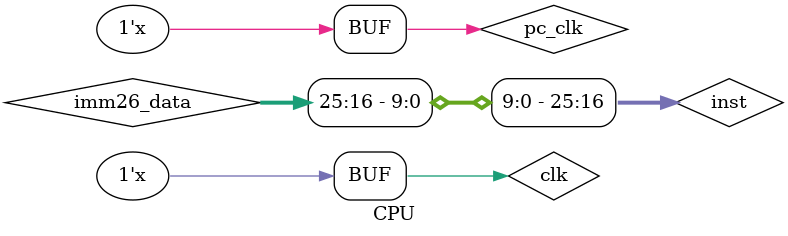
<source format=v>

`ifndef _CPU_V_
`define _CPU_V_ 

`include "decoder.v"
`include "reg.v"
`include "pc.v"
`include "ir.v"
`include "mem.v"

module CPU;

reg clk, pc_clk;

// PC
wire [31:0] pc_out, pc_added, pc_branched, pc_back;

// IF
wire [31:0] inst;

// ID
wire [4:0] rs, rt, rd;
wire [3:0] alu_ctr_sig;
wire reg_dst_sig, reg_wrt_sig, mem_read_rig, mem_wrt_rig, mem_reg_sig, alu_src_sig, branch_sig, jump_sig;
wire [31:0] src_data, rt_data;

wire [15:0] imm16_data;
wire [25:0] imm26_data;

// EX
wire zf;
wire [31:0] alu_out;

// MEM
wire [31:0] mem_out;

// WB
wire [31:0] back_data;


/*Initial*/
initial
begin
    clk = 0;
    pc_clk = 0;
end

always #1 clk = ~clk;

always @(clk) #4 pc_clk = ~pc_clk;

/////////////////////////
/// Instruction Fetch ///
/////////////////////////

/* Program Counter */
PC pc(pc_out, pc_back, pc_clk);

assign pc_added = pc_out + 4;

/* Instruction Register */
IRegister ir(inst, pc_out, clk);

//////////////////////////
/// Instruction Decode ///
//////////////////////////

/* Decoder */
Decoder decoder(alu_ctr_sig,
                reg_dst_sig,
                reg_wrt_sig,
                mem_read_rig,
                mem_wrt_rig,
                mem_reg_sig,
                alu_src_sig,
                branch_sig,
                jump_sig,
                rs,
                rt,
                rd,
                inst);

/* Register */
Register register(src_data,
                  rt_data,
                  reg_wrt_sig,
                  rs,
                  rt,
                  reg_dst_sig ? rd : rt,
                  back_data,
                  clk);

assign imm16_data = inst[15:0];
assign imm26_data = inst[25:0];

////////////////////
///    Excute    ///
////////////////////
ALU alu(alu_out, zf, alu_ctr_sig, src_data, alu_src_sig ? imm16_data : rt_data);

assign pc_branched = (zf & branch_sig)? (pc_added + imm16_data << 2) : pc_added;
assign pc_back = jump_sig ? {pc_added[31:28], imm26_data << 2} : pc_branched;

////////////////////
///    Memery    ///
////////////////////

/* Cache Memory */
Memory mem(mem_out, rt_data, alu_out, mem_read_rig, mem_wrt_rig, clk);

////////////////////////
///    Write Back    ///
////////////////////////
assign back_data = mem_reg_sig ? mem_out : alu_out;

endmodule

`endif
</source>
